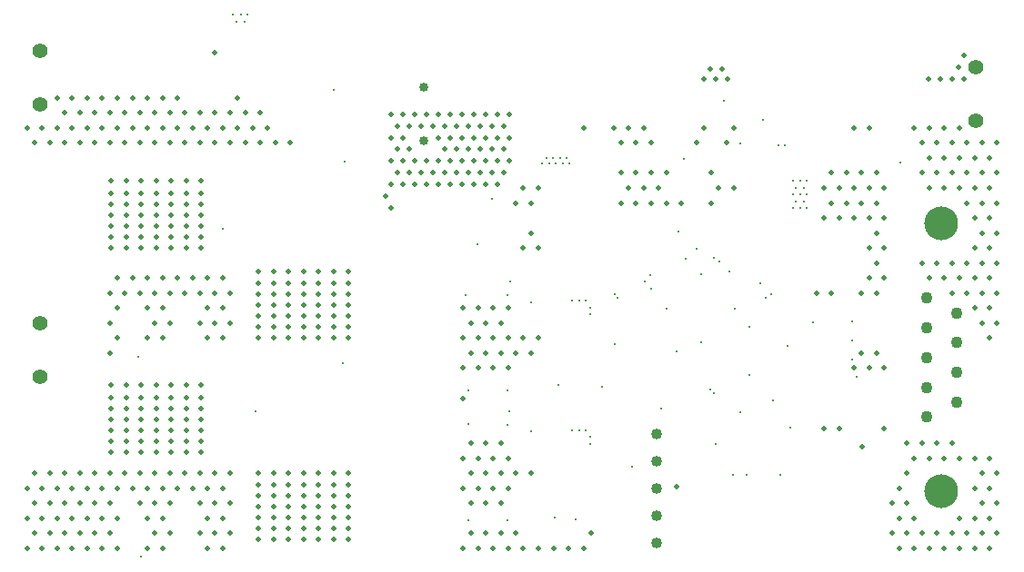
<source format=gbr>
%TF.GenerationSoftware,Altium Limited,Altium Designer,24.6.1 (21)*%
G04 Layer_Color=0*
%FSLAX45Y45*%
%MOMM*%
%TF.SameCoordinates,FD53202A-208C-403B-AAB2-15DF5564725B*%
%TF.FilePolarity,Positive*%
%TF.FileFunction,Plated,1,4,PTH,Drill*%
%TF.Part,Single*%
G01*
G75*
%TA.AperFunction,ComponentDrill*%
%ADD98C,1.40000*%
%ADD99C,0.85000*%
%ADD100C,1.10000*%
%ADD101C,3.15000*%
%ADD102C,1.02000*%
%TA.AperFunction,ViaDrill,NotFilled*%
%ADD103C,0.50000*%
%ADD104C,0.30000*%
D98*
X11493500Y11768900D02*
D03*
Y11268900D02*
D03*
X2781300Y11421300D02*
D03*
Y11921300D02*
D03*
Y9381300D02*
D03*
Y8881300D02*
D03*
D99*
X6350000Y11578400D02*
D03*
Y11078400D02*
D03*
D100*
X11031700Y9612700D02*
D03*
Y9335700D02*
D03*
Y9058700D02*
D03*
Y8781700D02*
D03*
Y8504700D02*
D03*
X11315700Y9474200D02*
D03*
Y9197200D02*
D03*
Y8920200D02*
D03*
Y8643200D02*
D03*
D101*
X11173700Y10308200D02*
D03*
Y7809200D02*
D03*
D102*
X8521700Y8343900D02*
D03*
Y8089900D02*
D03*
Y7835900D02*
D03*
Y7581900D02*
D03*
Y7327900D02*
D03*
D103*
X5651500Y9863500D02*
D03*
X5511800D02*
D03*
X5651500Y9749200D02*
D03*
X5511800D02*
D03*
X5372100Y9863500D02*
D03*
Y9749200D02*
D03*
X5232400Y9863500D02*
D03*
Y9749200D02*
D03*
X5092700Y9863500D02*
D03*
X4953000D02*
D03*
X5092700Y9749200D02*
D03*
X4813300Y7983900D02*
D03*
X4953000D02*
D03*
X4813300Y7869600D02*
D03*
X4953000D02*
D03*
Y7768000D02*
D03*
X4813300D02*
D03*
X4953000Y7564800D02*
D03*
X4813300D02*
D03*
X4953000Y7463200D02*
D03*
X4813300D02*
D03*
Y7361600D02*
D03*
X4953000D02*
D03*
X5232400D02*
D03*
X5092700D02*
D03*
Y7463200D02*
D03*
X5232400D02*
D03*
X5092700Y7564800D02*
D03*
X5232400D02*
D03*
X5092700Y7768000D02*
D03*
X5232400D02*
D03*
Y7869600D02*
D03*
X5092700D02*
D03*
X5232400Y7983900D02*
D03*
X5092700D02*
D03*
X5511800Y7361600D02*
D03*
X5372100D02*
D03*
Y7463200D02*
D03*
X5511800D02*
D03*
X5372100Y7564800D02*
D03*
X5511800D02*
D03*
X5372100Y7768000D02*
D03*
X5511800D02*
D03*
Y7869600D02*
D03*
X5372100D02*
D03*
X5511800Y7983900D02*
D03*
X5372100D02*
D03*
X5651500D02*
D03*
Y7869600D02*
D03*
Y7768000D02*
D03*
Y7564800D02*
D03*
Y7463200D02*
D03*
Y7361600D02*
D03*
Y7666400D02*
D03*
X5511800D02*
D03*
X5372100D02*
D03*
X4953000D02*
D03*
X4813300D02*
D03*
X5092700D02*
D03*
X5232400D02*
D03*
X4813300Y9863500D02*
D03*
Y9749200D02*
D03*
X4953000D02*
D03*
Y9647600D02*
D03*
X4813300D02*
D03*
X4953000Y9444400D02*
D03*
X4813300D02*
D03*
X4953000Y9342800D02*
D03*
X4813300D02*
D03*
Y9241200D02*
D03*
X4953000D02*
D03*
X5232400D02*
D03*
X5092700D02*
D03*
Y9342800D02*
D03*
X5232400D02*
D03*
X5092700Y9444400D02*
D03*
X5232400D02*
D03*
X5092700Y9647600D02*
D03*
X5232400D02*
D03*
X5511800Y9241200D02*
D03*
X5372100D02*
D03*
Y9342800D02*
D03*
X5511800D02*
D03*
X5372100Y9444400D02*
D03*
X5511800D02*
D03*
X5372100Y9647600D02*
D03*
X5511800D02*
D03*
X5651500D02*
D03*
Y9444400D02*
D03*
Y9342800D02*
D03*
Y9241200D02*
D03*
Y9546000D02*
D03*
X5511800D02*
D03*
X5372100D02*
D03*
X4953000D02*
D03*
X4813300D02*
D03*
X5092700D02*
D03*
X5232400D02*
D03*
X11689998Y11059998D02*
D03*
X11619998Y10919998D02*
D03*
X11689998Y10779998D02*
D03*
X11619998Y10639998D02*
D03*
X11689998Y10499998D02*
D03*
X11619998Y10359998D02*
D03*
X11689998Y10219998D02*
D03*
X11619998Y10079998D02*
D03*
X11689998Y9939998D02*
D03*
X11619998Y9799998D02*
D03*
X11689998Y9659998D02*
D03*
X11619998Y9519998D02*
D03*
X11689998Y9379998D02*
D03*
X11619998Y9239998D02*
D03*
Y8119998D02*
D03*
X11689998Y7979999D02*
D03*
X11619998Y7839999D02*
D03*
X11689998Y7699999D02*
D03*
X11619998Y7559999D02*
D03*
X11689998Y7419999D02*
D03*
X11619998Y7279999D02*
D03*
X11549998Y11059998D02*
D03*
X11479998Y10919998D02*
D03*
X11549998Y10779998D02*
D03*
X11479998Y10639998D02*
D03*
X11549998Y10499998D02*
D03*
X11479998Y10359998D02*
D03*
X11549998Y10219998D02*
D03*
X11479998Y10079998D02*
D03*
X11549998Y9939998D02*
D03*
X11479998Y9799998D02*
D03*
X11549998Y9659998D02*
D03*
X11479998Y9519998D02*
D03*
X11549998Y9379998D02*
D03*
X11479998Y8119998D02*
D03*
X11549998Y7979999D02*
D03*
X11479998Y7839999D02*
D03*
X11549998Y7699999D02*
D03*
X11479998Y7559999D02*
D03*
X11549998Y7419999D02*
D03*
X11479998Y7279999D02*
D03*
X11339998Y11199998D02*
D03*
X11409998Y11059998D02*
D03*
X11339998Y10919998D02*
D03*
X11409998Y10779998D02*
D03*
X11339998Y10639998D02*
D03*
X11409998Y10499998D02*
D03*
Y9939998D02*
D03*
X11339998Y9799998D02*
D03*
X11409998Y9659998D02*
D03*
X11339998Y8119998D02*
D03*
Y7559999D02*
D03*
X11409998Y7419999D02*
D03*
X11339998Y7279999D02*
D03*
X11199998Y11199998D02*
D03*
X11269998Y11059998D02*
D03*
X11199998Y10919998D02*
D03*
X11269998Y10779998D02*
D03*
X11199998Y10639998D02*
D03*
X11269998Y9939998D02*
D03*
X11199998Y9799998D02*
D03*
X11269998Y9659998D02*
D03*
Y8259998D02*
D03*
X11199998Y8119998D02*
D03*
X11269998Y7419999D02*
D03*
X11199998Y7279999D02*
D03*
X11059998Y11199998D02*
D03*
X11129998Y11059998D02*
D03*
X11059998Y10919998D02*
D03*
X11129998Y10779998D02*
D03*
X11059998Y10639998D02*
D03*
X11129998Y9939998D02*
D03*
X11059998Y9799998D02*
D03*
X11129998Y8259998D02*
D03*
X11059998Y8119998D02*
D03*
X11129998Y7419999D02*
D03*
X11059998Y7279999D02*
D03*
X10919998Y11199998D02*
D03*
X10989998Y11059998D02*
D03*
Y10779998D02*
D03*
Y9939998D02*
D03*
Y8259998D02*
D03*
X10919998Y8119998D02*
D03*
Y7559999D02*
D03*
X10989998Y7419999D02*
D03*
X10919998Y7279999D02*
D03*
X10849998Y8259998D02*
D03*
Y7979999D02*
D03*
X10779998Y7839999D02*
D03*
X10849998Y7699999D02*
D03*
X10779998Y7559999D02*
D03*
X10849998Y7419999D02*
D03*
X10779998Y7279999D02*
D03*
X10639998Y10639998D02*
D03*
Y10359998D02*
D03*
Y10079998D02*
D03*
Y9799998D02*
D03*
Y8959998D02*
D03*
Y8399998D02*
D03*
X10709998Y7699999D02*
D03*
Y7419999D02*
D03*
X10499998Y11199998D02*
D03*
X10569998Y10779998D02*
D03*
X10499998Y10639998D02*
D03*
X10569998Y10499998D02*
D03*
X10499998Y10359998D02*
D03*
X10569998Y10219998D02*
D03*
X10499998Y10079998D02*
D03*
X10569998Y9939998D02*
D03*
X10499998Y9799998D02*
D03*
X10569998Y9659998D02*
D03*
Y9099998D02*
D03*
X10499998Y8959998D02*
D03*
X10359998Y11199998D02*
D03*
X10429998Y10779998D02*
D03*
X10359998Y10639998D02*
D03*
X10429998Y10499998D02*
D03*
X10359998Y10359998D02*
D03*
X10429998Y9659998D02*
D03*
Y9099998D02*
D03*
X10359998Y8959998D02*
D03*
X10289998Y10779998D02*
D03*
X10219998Y10639998D02*
D03*
X10289998Y10499998D02*
D03*
X10219998Y10359998D02*
D03*
Y8399998D02*
D03*
X10149998Y10779998D02*
D03*
X10079998Y10639998D02*
D03*
X10149998Y10499998D02*
D03*
X10079998Y10359998D02*
D03*
X10149998Y9659998D02*
D03*
X10079998Y8399998D02*
D03*
X10009998Y9659998D02*
D03*
X9239998Y11199998D02*
D03*
Y10639998D02*
D03*
X9169998Y11059998D02*
D03*
X9099998Y10639998D02*
D03*
X8959998Y11199998D02*
D03*
X9029998Y10779998D02*
D03*
Y10499998D02*
D03*
X8889998Y11059998D02*
D03*
X8749998Y10499998D02*
D03*
X8609998Y10779998D02*
D03*
X8539998Y10639998D02*
D03*
X8609998Y10499998D02*
D03*
X8399998Y11199998D02*
D03*
X8469998Y11059998D02*
D03*
Y10779998D02*
D03*
X8399998Y10639998D02*
D03*
X8469998Y10499998D02*
D03*
X8259998Y11199998D02*
D03*
X8329998Y11059998D02*
D03*
Y10779998D02*
D03*
X8259998Y10639998D02*
D03*
X8329998Y10499998D02*
D03*
X8119998Y11199998D02*
D03*
X8189998Y11059998D02*
D03*
Y10779998D02*
D03*
Y10499998D02*
D03*
X7839999Y11199998D02*
D03*
X7909998Y7419999D02*
D03*
X7839999Y7279999D02*
D03*
X7699999D02*
D03*
X7559999D02*
D03*
X7419999Y10639998D02*
D03*
Y10079998D02*
D03*
Y9239998D02*
D03*
Y7279999D02*
D03*
X7279999Y10639998D02*
D03*
X7349999Y10499998D02*
D03*
Y10219998D02*
D03*
X7279999Y10079998D02*
D03*
Y9239998D02*
D03*
X7349999Y9099998D02*
D03*
Y7979999D02*
D03*
X7279999Y7279999D02*
D03*
X7209999Y10499998D02*
D03*
X7139999Y9519998D02*
D03*
Y9239998D02*
D03*
X7209999Y9099998D02*
D03*
X7139999Y8959998D02*
D03*
Y8119998D02*
D03*
X7209999Y7979999D02*
D03*
X7139999Y7839999D02*
D03*
X7209999Y7419999D02*
D03*
X7139999Y7279999D02*
D03*
X6999999Y9519998D02*
D03*
X7069999Y9379998D02*
D03*
X6999999Y9239998D02*
D03*
X7069999Y9099998D02*
D03*
X6999999Y8959998D02*
D03*
X7069999Y8259998D02*
D03*
X6999999Y8119998D02*
D03*
X7069999Y7979999D02*
D03*
X6999999Y7839999D02*
D03*
X7069999Y7699999D02*
D03*
Y7419999D02*
D03*
X6999999Y7279999D02*
D03*
X6859999Y9519998D02*
D03*
X6929999Y9379998D02*
D03*
X6859999Y9239998D02*
D03*
X6929999Y9099998D02*
D03*
X6859999Y8959998D02*
D03*
X6929999Y8259998D02*
D03*
X6859999Y8119998D02*
D03*
X6929999Y7979999D02*
D03*
X6859999Y7839999D02*
D03*
X6929999Y7699999D02*
D03*
Y7419999D02*
D03*
X6859999Y7279999D02*
D03*
X6719999Y9519998D02*
D03*
X6789999Y9379998D02*
D03*
X6719999Y9239998D02*
D03*
X6789999Y9099998D02*
D03*
X6719999Y8959998D02*
D03*
Y8679998D02*
D03*
X6789999Y8259998D02*
D03*
X6719999Y8119998D02*
D03*
X6789999Y7979999D02*
D03*
X6719999Y7839999D02*
D03*
X6789999Y7699999D02*
D03*
Y7419999D02*
D03*
X6719999Y7279999D02*
D03*
X5109999Y11059998D02*
D03*
X4899999Y11199998D02*
D03*
X4969999Y11059998D02*
D03*
X4829999Y11339998D02*
D03*
X4759999Y11199998D02*
D03*
X4829999Y11059998D02*
D03*
X4619999Y11479998D02*
D03*
X4689999Y11339998D02*
D03*
X4619999Y11199998D02*
D03*
X4689999Y11059998D02*
D03*
X4549999Y11339998D02*
D03*
X4479999Y11199998D02*
D03*
X4549999Y11059998D02*
D03*
X4479999Y9799998D02*
D03*
X4549999Y9659998D02*
D03*
X4479999Y9519998D02*
D03*
X4549999Y9379998D02*
D03*
X4479999Y9239998D02*
D03*
X4549999Y7979999D02*
D03*
X4479999Y7839999D02*
D03*
X4549999Y7699999D02*
D03*
X4479999Y7559999D02*
D03*
X4549999Y7419999D02*
D03*
X4479999Y7279999D02*
D03*
X4409999Y11899998D02*
D03*
Y11339998D02*
D03*
X4339999Y11199998D02*
D03*
X4409999Y11059998D02*
D03*
X4339999Y9799998D02*
D03*
X4409999Y9659998D02*
D03*
X4339999Y9519998D02*
D03*
X4409999Y9379998D02*
D03*
X4339999Y9239998D02*
D03*
X4409999Y7979999D02*
D03*
X4339999Y7839999D02*
D03*
X4409999Y7699999D02*
D03*
X4339999Y7559999D02*
D03*
X4409999Y7419999D02*
D03*
X4339999Y7279999D02*
D03*
X4269999Y11339998D02*
D03*
X4199999Y11199998D02*
D03*
X4269999Y11059998D02*
D03*
X4199999Y9799998D02*
D03*
X4269999Y9659998D02*
D03*
Y9379998D02*
D03*
Y7979999D02*
D03*
X4199999Y7839999D02*
D03*
X4269999Y7699999D02*
D03*
Y7419999D02*
D03*
X4059999Y11479998D02*
D03*
X4129999Y11339998D02*
D03*
X4059999Y11199998D02*
D03*
X4129999Y11059998D02*
D03*
X4059999Y9799998D02*
D03*
X4129999Y9659998D02*
D03*
Y7979999D02*
D03*
X4059999Y7839999D02*
D03*
X3919999Y11479998D02*
D03*
X3989999Y11339998D02*
D03*
X3919999Y11199998D02*
D03*
X3989999Y11059998D02*
D03*
X3919999Y9799998D02*
D03*
X3989999Y9659998D02*
D03*
X3919999Y9519998D02*
D03*
X3989999Y9379998D02*
D03*
X3919999Y9239998D02*
D03*
X3989999Y7979999D02*
D03*
X3919999Y7839999D02*
D03*
X3989999Y7699999D02*
D03*
X3919999Y7559999D02*
D03*
X3989999Y7419999D02*
D03*
X3919999Y7279999D02*
D03*
X3779999Y11479998D02*
D03*
X3849999Y11339998D02*
D03*
X3779999Y11199998D02*
D03*
X3849999Y11059998D02*
D03*
X3779999Y9799998D02*
D03*
X3849999Y9659998D02*
D03*
X3779999Y9519998D02*
D03*
X3849999Y9379998D02*
D03*
X3779999Y9239998D02*
D03*
X3849999Y7979999D02*
D03*
X3779999Y7839999D02*
D03*
X3849999Y7699999D02*
D03*
X3779999Y7559999D02*
D03*
X3849999Y7419999D02*
D03*
X3779999Y7279999D02*
D03*
X3639999Y11479998D02*
D03*
X3709999Y11339998D02*
D03*
X3639999Y11199998D02*
D03*
X3709999Y11059998D02*
D03*
X3639999Y9799998D02*
D03*
X3709999Y9659998D02*
D03*
Y7979999D02*
D03*
X3639999Y7839999D02*
D03*
X3709999Y7699999D02*
D03*
X3499999Y11479998D02*
D03*
X3569999Y11339998D02*
D03*
X3499999Y11199998D02*
D03*
X3569999Y11059998D02*
D03*
X3499999Y9799998D02*
D03*
X3569999Y9659998D02*
D03*
X3499999Y9519998D02*
D03*
Y9239998D02*
D03*
X3569999Y7979999D02*
D03*
X3499999Y7839999D02*
D03*
Y7559999D02*
D03*
Y7279999D02*
D03*
X3359999Y11479998D02*
D03*
X3429999Y11339998D02*
D03*
X3359999Y11199998D02*
D03*
X3429999Y11059998D02*
D03*
Y9659998D02*
D03*
Y9379998D02*
D03*
Y9099998D02*
D03*
Y7979999D02*
D03*
X3359999Y7839999D02*
D03*
X3429999Y7699999D02*
D03*
X3359999Y7559999D02*
D03*
X3429999Y7419999D02*
D03*
X3359999Y7279999D02*
D03*
X3219999Y11479998D02*
D03*
X3289999Y11339998D02*
D03*
X3219999Y11199998D02*
D03*
X3289999Y11059998D02*
D03*
Y7979999D02*
D03*
X3219999Y7839999D02*
D03*
X3289999Y7699999D02*
D03*
X3219999Y7559999D02*
D03*
X3289999Y7419999D02*
D03*
X3219999Y7279999D02*
D03*
X3079999Y11479998D02*
D03*
X3149999Y11339998D02*
D03*
X3079999Y11199998D02*
D03*
X3149999Y11059998D02*
D03*
Y7979999D02*
D03*
X3079999Y7839999D02*
D03*
X3149999Y7699999D02*
D03*
X3079999Y7559999D02*
D03*
X3149999Y7419999D02*
D03*
X3079999Y7279999D02*
D03*
X2939999Y11479998D02*
D03*
X3009999Y11339998D02*
D03*
X2939999Y11199998D02*
D03*
X3009999Y11059998D02*
D03*
Y7979999D02*
D03*
X2939999Y7839999D02*
D03*
X3009999Y7699999D02*
D03*
X2939999Y7559999D02*
D03*
X3009999Y7419999D02*
D03*
X2939999Y7279999D02*
D03*
X2799999Y11199998D02*
D03*
X2869999Y11059998D02*
D03*
Y7979999D02*
D03*
X2799999Y7839999D02*
D03*
X2869999Y7699999D02*
D03*
X2799999Y7559999D02*
D03*
X2869999Y7419999D02*
D03*
X2799999Y7279999D02*
D03*
X2660000Y11199998D02*
D03*
X2729999Y11059998D02*
D03*
Y7979999D02*
D03*
X2660000Y7839999D02*
D03*
X2729999Y7699999D02*
D03*
X2660000Y7559999D02*
D03*
X2729999Y7419999D02*
D03*
X2660000Y7279999D02*
D03*
X3441700Y8801100D02*
D03*
X3581400D02*
D03*
X3441700Y8686800D02*
D03*
X3581400D02*
D03*
Y8585200D02*
D03*
X3441700D02*
D03*
X3581400Y8382000D02*
D03*
X3441700D02*
D03*
X3581400Y8280400D02*
D03*
X3441700D02*
D03*
Y8178800D02*
D03*
X3581400D02*
D03*
X3860800D02*
D03*
X3721100D02*
D03*
Y8280400D02*
D03*
X3860800D02*
D03*
X3721100Y8382000D02*
D03*
X3860800D02*
D03*
X3721100Y8585200D02*
D03*
X3860800D02*
D03*
Y8686800D02*
D03*
X3721100D02*
D03*
X3860800Y8801100D02*
D03*
X3721100D02*
D03*
X4140200Y8178800D02*
D03*
X4000500D02*
D03*
Y8280400D02*
D03*
X4140200D02*
D03*
X4000500Y8382000D02*
D03*
X4140200D02*
D03*
X4000500Y8585200D02*
D03*
X4140200D02*
D03*
Y8686800D02*
D03*
X4000500D02*
D03*
X4140200Y8801100D02*
D03*
X4000500D02*
D03*
X4279900D02*
D03*
Y8686800D02*
D03*
Y8585200D02*
D03*
Y8382000D02*
D03*
Y8280400D02*
D03*
Y8178800D02*
D03*
Y8483600D02*
D03*
X4140200D02*
D03*
X4000500D02*
D03*
X3581400D02*
D03*
X3441700D02*
D03*
X3721100D02*
D03*
X3860800D02*
D03*
Y10388600D02*
D03*
X3721100D02*
D03*
X3441700D02*
D03*
X3581400D02*
D03*
X4000500D02*
D03*
X4140200D02*
D03*
X4279900D02*
D03*
Y10083800D02*
D03*
Y10185400D02*
D03*
Y10287000D02*
D03*
Y10490200D02*
D03*
Y10591800D02*
D03*
Y10706100D02*
D03*
X4000500D02*
D03*
X4140200D02*
D03*
X4000500Y10591800D02*
D03*
X4140200D02*
D03*
Y10490200D02*
D03*
X4000500D02*
D03*
X4140200Y10287000D02*
D03*
X4000500D02*
D03*
X4140200Y10185400D02*
D03*
X4000500D02*
D03*
Y10083800D02*
D03*
X4140200D02*
D03*
X3721100Y10706100D02*
D03*
X3860800D02*
D03*
X3721100Y10591800D02*
D03*
X3860800D02*
D03*
Y10490200D02*
D03*
X3721100D02*
D03*
X3860800Y10287000D02*
D03*
X3721100D02*
D03*
X3860800Y10185400D02*
D03*
X3721100D02*
D03*
Y10083800D02*
D03*
X3860800D02*
D03*
X3581400D02*
D03*
X3441700D02*
D03*
Y10185400D02*
D03*
X3581400D02*
D03*
X3441700Y10287000D02*
D03*
X3581400D02*
D03*
X3441700Y10490200D02*
D03*
X3581400D02*
D03*
Y10591800D02*
D03*
X3441700D02*
D03*
X3581400Y10706100D02*
D03*
X3441700D02*
D03*
X5995002Y10560003D02*
D03*
X9021300Y11747500D02*
D03*
X9131300D02*
D03*
X11385003Y11880004D02*
D03*
X11330004Y11770004D02*
D03*
X11385003Y11660004D02*
D03*
X11275003D02*
D03*
X11165003D02*
D03*
X11055003D02*
D03*
X9185003D02*
D03*
X9075003D02*
D03*
X8965003D02*
D03*
X7150002Y11330004D02*
D03*
Y11110003D02*
D03*
Y10890003D02*
D03*
X7040002Y11330004D02*
D03*
X7095002Y11220003D02*
D03*
X7040002Y11110003D02*
D03*
X7095002Y11000003D02*
D03*
X7040002Y10890003D02*
D03*
X7095002Y10780003D02*
D03*
X7040002Y10670003D02*
D03*
X6930002Y11330004D02*
D03*
X6985002Y11220003D02*
D03*
X6930002Y11110003D02*
D03*
X6985002Y11000003D02*
D03*
X6930002Y10890003D02*
D03*
X6985002Y10780003D02*
D03*
X6930002Y10670003D02*
D03*
X6820002Y11330004D02*
D03*
X6875002Y11220003D02*
D03*
X6820002Y11110003D02*
D03*
X6875002Y11000003D02*
D03*
X6820002Y10890003D02*
D03*
X6875002Y10780003D02*
D03*
X6820002Y10670003D02*
D03*
X6710002Y11330004D02*
D03*
X6765002Y11220003D02*
D03*
X6710002Y11110003D02*
D03*
X6765002Y11000003D02*
D03*
X6710002Y10890003D02*
D03*
X6765002Y10780003D02*
D03*
X6710002Y10670003D02*
D03*
X6600002Y11330004D02*
D03*
X6655002Y11220003D02*
D03*
X6600002Y11110003D02*
D03*
X6655002Y11000003D02*
D03*
X6600002Y10890003D02*
D03*
X6655002Y10780003D02*
D03*
X6600002Y10670003D02*
D03*
X6490002Y11330004D02*
D03*
X6545002Y11220003D02*
D03*
X6490002Y11110003D02*
D03*
X6545002Y11000003D02*
D03*
X6490002Y10890003D02*
D03*
X6545002Y10780003D02*
D03*
X6490002Y10670003D02*
D03*
X6380002Y11330004D02*
D03*
X6435002Y11220003D02*
D03*
X6380002Y10890003D02*
D03*
X6435002Y10780003D02*
D03*
X6380002Y10670003D02*
D03*
X6270002Y11330004D02*
D03*
X6325002Y11220003D02*
D03*
X6270002Y10890003D02*
D03*
X6325002Y10780003D02*
D03*
X6270002Y10670003D02*
D03*
X6160002Y11330004D02*
D03*
X6215002Y11220003D02*
D03*
X6160002Y11110003D02*
D03*
X6215002Y11000003D02*
D03*
X6160002Y10890003D02*
D03*
X6215002Y10780003D02*
D03*
X6160002Y10670003D02*
D03*
X6050002Y11330004D02*
D03*
X6105002Y11220003D02*
D03*
X6050002Y11110003D02*
D03*
X6105002Y11000003D02*
D03*
X6050002Y10890003D02*
D03*
X6105002Y10780003D02*
D03*
X6050002Y10670003D02*
D03*
Y10450003D02*
D03*
X8711138Y7855776D02*
D03*
X10436232Y8228466D02*
D03*
D104*
X8559800Y8585200D02*
D03*
X7568647Y7567655D02*
D03*
X7767246Y7553985D02*
D03*
X4787900Y8559800D02*
D03*
X4483100Y10261600D02*
D03*
X7156082Y9772282D02*
D03*
X7150100Y8559800D02*
D03*
X4611446Y12190654D02*
D03*
X4687646D02*
D03*
X4713046Y12254154D02*
D03*
X4649546D02*
D03*
X4573346D02*
D03*
X9742246Y9168054D02*
D03*
X8934585Y9197842D02*
D03*
X8616386Y9516040D02*
D03*
X8934585Y9834238D02*
D03*
X9252783Y9516040D02*
D03*
X6985000Y10541000D02*
D03*
X6853312Y10118943D02*
D03*
X9055904Y9990542D02*
D03*
X9106986Y9954185D02*
D03*
X8890000Y10071100D02*
D03*
X8790120Y9978517D02*
D03*
X8153800Y9613900D02*
D03*
X9195720Y9863603D02*
D03*
X8291659Y8041624D02*
D03*
X6765801Y7545134D02*
D03*
X6764397Y8436503D02*
D03*
Y8754003D02*
D03*
X6743700Y9639300D02*
D03*
X5613400Y10883900D02*
D03*
X5600700Y9004300D02*
D03*
X3721100Y7200900D02*
D03*
X3695700Y9067800D02*
D03*
X7135752Y7544685D02*
D03*
X7605877Y8805063D02*
D03*
X7136250Y8751450D02*
D03*
X7353300Y9577437D02*
D03*
X7136201Y9642339D02*
D03*
Y8434203D02*
D03*
X7353300Y8369300D02*
D03*
X10790214Y10877969D02*
D03*
X7734300Y8382061D02*
D03*
X7797800D02*
D03*
X7861300D02*
D03*
X7899400Y8318561D02*
D03*
Y8255061D02*
D03*
Y9461500D02*
D03*
Y9525000D02*
D03*
X7861300Y9588500D02*
D03*
X7797800D02*
D03*
X7734300D02*
D03*
X9386752Y8892099D02*
D03*
X10338245Y9039349D02*
D03*
Y9217149D02*
D03*
X10341034Y9395719D02*
D03*
X8724900Y10236200D02*
D03*
X8128000Y9182100D02*
D03*
X5511800Y11557000D02*
D03*
X9067800Y8255000D02*
D03*
X9231808Y7965696D02*
D03*
X9358808Y7964604D02*
D03*
X8470900Y9702800D02*
D03*
X8407400Y9766300D02*
D03*
X8458200Y9829800D02*
D03*
X7683500Y10922000D02*
D03*
X7620000D02*
D03*
X7556500D02*
D03*
X7493000D02*
D03*
X7454900Y10871200D02*
D03*
X7518400D02*
D03*
X7581900D02*
D03*
X7645400D02*
D03*
X9296400Y8547100D02*
D03*
X8704677Y9116813D02*
D03*
X9670053Y7964537D02*
D03*
X9766300Y8407400D02*
D03*
X9383979Y9348553D02*
D03*
X10380532Y8875530D02*
D03*
X9489020Y9747842D02*
D03*
X9601200Y8661400D02*
D03*
X8013700Y8788400D02*
D03*
X9975203Y9391112D02*
D03*
X7707404Y10872384D02*
D03*
X8775700Y10909300D02*
D03*
X9144000Y11455400D02*
D03*
X9055100Y8724900D02*
D03*
X9017000Y8763000D02*
D03*
X9537700Y9613900D02*
D03*
X9588500Y9652000D02*
D03*
X8128000D02*
D03*
X9715500Y11036300D02*
D03*
X9652000D02*
D03*
X9918700Y10452100D02*
D03*
X9855200D02*
D03*
X9791700D02*
D03*
X9893300Y10515600D02*
D03*
X9817100D02*
D03*
X9918700Y10579100D02*
D03*
X9855200D02*
D03*
X9791700D02*
D03*
X9893300Y10642600D02*
D03*
X9817100D02*
D03*
X9918700Y10706100D02*
D03*
X9855200D02*
D03*
X9791700D02*
D03*
X9515144Y11277052D02*
D03*
X9300965Y11058249D02*
D03*
%TF.MD5,c74d0c8b8c1f7597c917aca69b0ec28f*%
M02*

</source>
